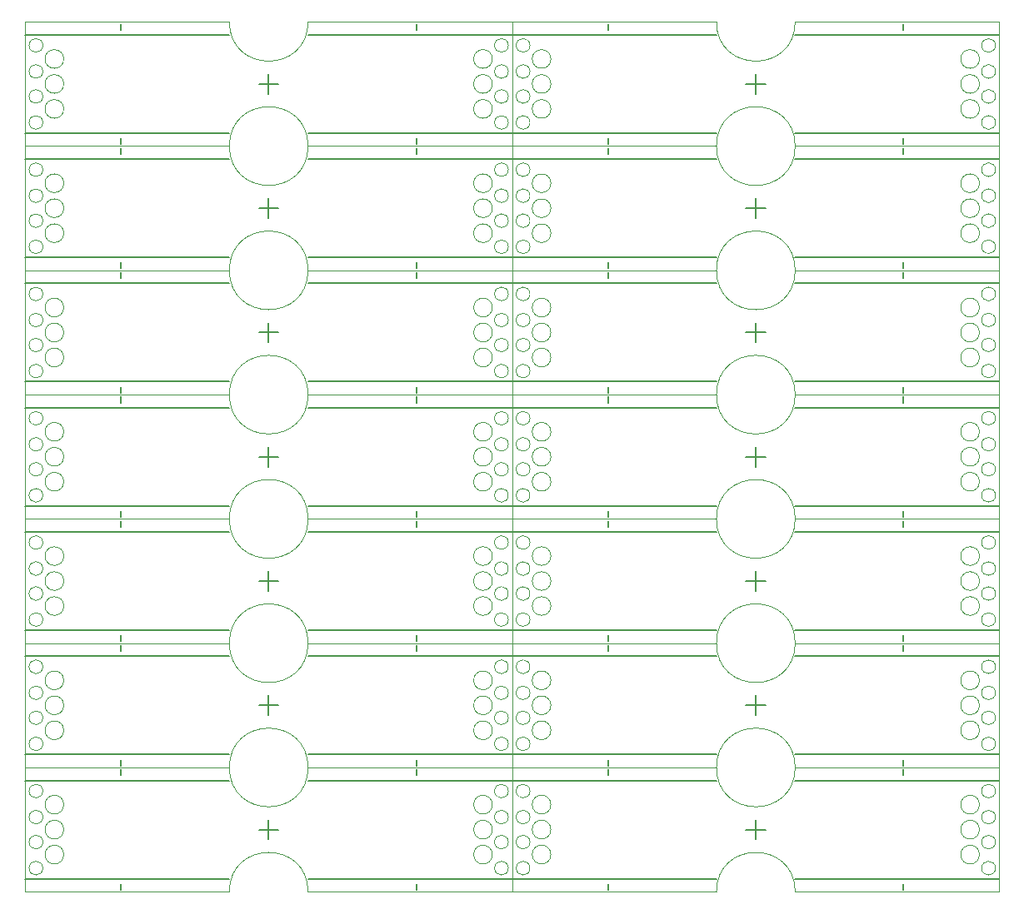
<source format=gbr>
%TF.GenerationSoftware,KiCad,Pcbnew,6.0.11-2627ca5db0~126~ubuntu20.04.1*%
%TF.CreationDate,2024-03-14T23:27:01-05:00*%
%TF.ProjectId,,58585858-5858-4585-9858-585858585858,rev?*%
%TF.SameCoordinates,Original*%
%TF.FileFunction,Legend,Top*%
%TF.FilePolarity,Positive*%
%FSLAX46Y46*%
G04 Gerber Fmt 4.6, Leading zero omitted, Abs format (unit mm)*
G04 Created by KiCad (PCBNEW 6.0.11-2627ca5db0~126~ubuntu20.04.1) date 2024-03-14 23:27:01*
%MOMM*%
%LPD*%
G01*
G04 APERTURE LIST*
%TA.AperFunction,Profile*%
%ADD10C,0.100000*%
%TD*%
%ADD11C,0.150000*%
%ADD12C,0.120000*%
G04 APERTURE END LIST*
D10*
X152800000Y-131262800D02*
G75*
G03*
X160800000Y-131262800I4000000J0D01*
G01*
D11*
X171800000Y-131462800D02*
X171800000Y-132062800D01*
X160800000Y-142582800D02*
X181550000Y-142582800D01*
X160800000Y-132582800D02*
X181550000Y-132582800D01*
D10*
X181550000Y-131262800D02*
X181550000Y-143902800D01*
D11*
X156800000Y-136582800D02*
X156800000Y-138582800D01*
D10*
X160800000Y-131262800D02*
X181550000Y-131262800D01*
D11*
X132050000Y-142582800D02*
X152800000Y-142582800D01*
D10*
X132050000Y-131262800D02*
X132050000Y-143902800D01*
X160800000Y-143902800D02*
X181550000Y-143902800D01*
X132050000Y-143902800D02*
X152800000Y-143902800D01*
D11*
X132050000Y-132582800D02*
X152800000Y-132582800D01*
D10*
X160800000Y-143902800D02*
G75*
G03*
X152800000Y-143902800I-4000000J0D01*
G01*
D11*
X141800000Y-143102800D02*
X141800000Y-143702800D01*
X155800000Y-137582800D02*
X157800000Y-137582800D01*
X141800000Y-131462800D02*
X141800000Y-132062800D01*
X171800000Y-143102800D02*
X171800000Y-143702800D01*
D10*
X132050000Y-131262800D02*
X152800000Y-131262800D01*
X103300000Y-131262800D02*
G75*
G03*
X111300000Y-131262800I4000000J0D01*
G01*
D11*
X122300000Y-131462800D02*
X122300000Y-132062800D01*
X111300000Y-142582800D02*
X132050000Y-142582800D01*
X111300000Y-132582800D02*
X132050000Y-132582800D01*
D10*
X132050000Y-131262800D02*
X132050000Y-143902800D01*
D11*
X107300000Y-136582800D02*
X107300000Y-138582800D01*
D10*
X111300000Y-131262800D02*
X132050000Y-131262800D01*
D11*
X82550000Y-142582800D02*
X103300000Y-142582800D01*
D10*
X82550000Y-131262800D02*
X82550000Y-143902800D01*
X111300000Y-143902800D02*
X132050000Y-143902800D01*
X82550000Y-143902800D02*
X103300000Y-143902800D01*
D11*
X82550000Y-132582800D02*
X103300000Y-132582800D01*
D10*
X111300000Y-143902800D02*
G75*
G03*
X103300000Y-143902800I-4000000J0D01*
G01*
D11*
X92300000Y-143102800D02*
X92300000Y-143702800D01*
X106300000Y-137582800D02*
X108300000Y-137582800D01*
X92300000Y-131462800D02*
X92300000Y-132062800D01*
X122300000Y-143102800D02*
X122300000Y-143702800D01*
D10*
X82550000Y-131262800D02*
X103300000Y-131262800D01*
X152800000Y-118622800D02*
G75*
G03*
X160800000Y-118622800I4000000J0D01*
G01*
D11*
X171800000Y-118822800D02*
X171800000Y-119422800D01*
X160800000Y-129942800D02*
X181550000Y-129942800D01*
X160800000Y-119942800D02*
X181550000Y-119942800D01*
D10*
X181550000Y-118622800D02*
X181550000Y-131262800D01*
D11*
X156800000Y-123942800D02*
X156800000Y-125942800D01*
D10*
X160800000Y-118622800D02*
X181550000Y-118622800D01*
D11*
X132050000Y-129942800D02*
X152800000Y-129942800D01*
D10*
X132050000Y-118622800D02*
X132050000Y-131262800D01*
X160800000Y-131262800D02*
X181550000Y-131262800D01*
X132050000Y-131262800D02*
X152800000Y-131262800D01*
D11*
X132050000Y-119942800D02*
X152800000Y-119942800D01*
D10*
X160800000Y-131262800D02*
G75*
G03*
X152800000Y-131262800I-4000000J0D01*
G01*
D11*
X141800000Y-130462800D02*
X141800000Y-131062800D01*
X155800000Y-124942800D02*
X157800000Y-124942800D01*
X141800000Y-118822800D02*
X141800000Y-119422800D01*
X171800000Y-130462800D02*
X171800000Y-131062800D01*
D10*
X132050000Y-118622800D02*
X152800000Y-118622800D01*
X103300000Y-118622800D02*
G75*
G03*
X111300000Y-118622800I4000000J0D01*
G01*
D11*
X122300000Y-118822800D02*
X122300000Y-119422800D01*
X111300000Y-129942800D02*
X132050000Y-129942800D01*
X111300000Y-119942800D02*
X132050000Y-119942800D01*
D10*
X132050000Y-118622800D02*
X132050000Y-131262800D01*
D11*
X107300000Y-123942800D02*
X107300000Y-125942800D01*
D10*
X111300000Y-118622800D02*
X132050000Y-118622800D01*
D11*
X82550000Y-129942800D02*
X103300000Y-129942800D01*
D10*
X82550000Y-118622800D02*
X82550000Y-131262800D01*
X111300000Y-131262800D02*
X132050000Y-131262800D01*
X82550000Y-131262800D02*
X103300000Y-131262800D01*
D11*
X82550000Y-119942800D02*
X103300000Y-119942800D01*
D10*
X111300000Y-131262800D02*
G75*
G03*
X103300000Y-131262800I-4000000J0D01*
G01*
D11*
X92300000Y-130462800D02*
X92300000Y-131062800D01*
X106300000Y-124942800D02*
X108300000Y-124942800D01*
X92300000Y-118822800D02*
X92300000Y-119422800D01*
X122300000Y-130462800D02*
X122300000Y-131062800D01*
D10*
X82550000Y-118622800D02*
X103300000Y-118622800D01*
X152800000Y-105982800D02*
G75*
G03*
X160800000Y-105982800I4000000J0D01*
G01*
D11*
X171800000Y-106182800D02*
X171800000Y-106782800D01*
X160800000Y-117302800D02*
X181550000Y-117302800D01*
X160800000Y-107302800D02*
X181550000Y-107302800D01*
D10*
X181550000Y-105982800D02*
X181550000Y-118622800D01*
D11*
X156800000Y-111302800D02*
X156800000Y-113302800D01*
D10*
X160800000Y-105982800D02*
X181550000Y-105982800D01*
D11*
X132050000Y-117302800D02*
X152800000Y-117302800D01*
D10*
X132050000Y-105982800D02*
X132050000Y-118622800D01*
X160800000Y-118622800D02*
X181550000Y-118622800D01*
X132050000Y-118622800D02*
X152800000Y-118622800D01*
D11*
X132050000Y-107302800D02*
X152800000Y-107302800D01*
D10*
X160800000Y-118622800D02*
G75*
G03*
X152800000Y-118622800I-4000000J0D01*
G01*
D11*
X141800000Y-117822800D02*
X141800000Y-118422800D01*
X155800000Y-112302800D02*
X157800000Y-112302800D01*
X141800000Y-106182800D02*
X141800000Y-106782800D01*
X171800000Y-117822800D02*
X171800000Y-118422800D01*
D10*
X132050000Y-105982800D02*
X152800000Y-105982800D01*
X103300000Y-105982800D02*
G75*
G03*
X111300000Y-105982800I4000000J0D01*
G01*
D11*
X122300000Y-106182800D02*
X122300000Y-106782800D01*
X111300000Y-117302800D02*
X132050000Y-117302800D01*
X111300000Y-107302800D02*
X132050000Y-107302800D01*
D10*
X132050000Y-105982800D02*
X132050000Y-118622800D01*
D11*
X107300000Y-111302800D02*
X107300000Y-113302800D01*
D10*
X111300000Y-105982800D02*
X132050000Y-105982800D01*
D11*
X82550000Y-117302800D02*
X103300000Y-117302800D01*
D10*
X82550000Y-105982800D02*
X82550000Y-118622800D01*
X111300000Y-118622800D02*
X132050000Y-118622800D01*
X82550000Y-118622800D02*
X103300000Y-118622800D01*
D11*
X82550000Y-107302800D02*
X103300000Y-107302800D01*
D10*
X111300000Y-118622800D02*
G75*
G03*
X103300000Y-118622800I-4000000J0D01*
G01*
D11*
X92300000Y-117822800D02*
X92300000Y-118422800D01*
X106300000Y-112302800D02*
X108300000Y-112302800D01*
X92300000Y-106182800D02*
X92300000Y-106782800D01*
X122300000Y-117822800D02*
X122300000Y-118422800D01*
D10*
X82550000Y-105982800D02*
X103300000Y-105982800D01*
X152800000Y-93342800D02*
G75*
G03*
X160800000Y-93342800I4000000J0D01*
G01*
D11*
X171800000Y-93542800D02*
X171800000Y-94142800D01*
X160800000Y-104662800D02*
X181550000Y-104662800D01*
X160800000Y-94662800D02*
X181550000Y-94662800D01*
D10*
X181550000Y-93342800D02*
X181550000Y-105982800D01*
D11*
X156800000Y-98662800D02*
X156800000Y-100662800D01*
D10*
X160800000Y-93342800D02*
X181550000Y-93342800D01*
D11*
X132050000Y-104662800D02*
X152800000Y-104662800D01*
D10*
X132050000Y-93342800D02*
X132050000Y-105982800D01*
X160800000Y-105982800D02*
X181550000Y-105982800D01*
X132050000Y-105982800D02*
X152800000Y-105982800D01*
D11*
X132050000Y-94662800D02*
X152800000Y-94662800D01*
D10*
X160800000Y-105982800D02*
G75*
G03*
X152800000Y-105982800I-4000000J0D01*
G01*
D11*
X141800000Y-105182800D02*
X141800000Y-105782800D01*
X155800000Y-99662800D02*
X157800000Y-99662800D01*
X141800000Y-93542800D02*
X141800000Y-94142800D01*
X171800000Y-105182800D02*
X171800000Y-105782800D01*
D10*
X132050000Y-93342800D02*
X152800000Y-93342800D01*
X103300000Y-93342800D02*
G75*
G03*
X111300000Y-93342800I4000000J0D01*
G01*
D11*
X122300000Y-93542800D02*
X122300000Y-94142800D01*
X111300000Y-104662800D02*
X132050000Y-104662800D01*
X111300000Y-94662800D02*
X132050000Y-94662800D01*
D10*
X132050000Y-93342800D02*
X132050000Y-105982800D01*
D11*
X107300000Y-98662800D02*
X107300000Y-100662800D01*
D10*
X111300000Y-93342800D02*
X132050000Y-93342800D01*
D11*
X82550000Y-104662800D02*
X103300000Y-104662800D01*
D10*
X82550000Y-93342800D02*
X82550000Y-105982800D01*
X111300000Y-105982800D02*
X132050000Y-105982800D01*
X82550000Y-105982800D02*
X103300000Y-105982800D01*
D11*
X82550000Y-94662800D02*
X103300000Y-94662800D01*
D10*
X111300000Y-105982800D02*
G75*
G03*
X103300000Y-105982800I-4000000J0D01*
G01*
D11*
X92300000Y-105182800D02*
X92300000Y-105782800D01*
X106300000Y-99662800D02*
X108300000Y-99662800D01*
X92300000Y-93542800D02*
X92300000Y-94142800D01*
X122300000Y-105182800D02*
X122300000Y-105782800D01*
D10*
X82550000Y-93342800D02*
X103300000Y-93342800D01*
X152800000Y-80702800D02*
G75*
G03*
X160800000Y-80702800I4000000J0D01*
G01*
D11*
X171800000Y-80902800D02*
X171800000Y-81502800D01*
X160800000Y-92022800D02*
X181550000Y-92022800D01*
X160800000Y-82022800D02*
X181550000Y-82022800D01*
D10*
X181550000Y-80702800D02*
X181550000Y-93342800D01*
D11*
X156800000Y-86022800D02*
X156800000Y-88022800D01*
D10*
X160800000Y-80702800D02*
X181550000Y-80702800D01*
D11*
X132050000Y-92022800D02*
X152800000Y-92022800D01*
D10*
X132050000Y-80702800D02*
X132050000Y-93342800D01*
X160800000Y-93342800D02*
X181550000Y-93342800D01*
X132050000Y-93342800D02*
X152800000Y-93342800D01*
D11*
X132050000Y-82022800D02*
X152800000Y-82022800D01*
D10*
X160800000Y-93342800D02*
G75*
G03*
X152800000Y-93342800I-4000000J0D01*
G01*
D11*
X141800000Y-92542800D02*
X141800000Y-93142800D01*
X155800000Y-87022800D02*
X157800000Y-87022800D01*
X141800000Y-80902800D02*
X141800000Y-81502800D01*
X171800000Y-92542800D02*
X171800000Y-93142800D01*
D10*
X132050000Y-80702800D02*
X152800000Y-80702800D01*
X103300000Y-80702800D02*
G75*
G03*
X111300000Y-80702800I4000000J0D01*
G01*
D11*
X122300000Y-80902800D02*
X122300000Y-81502800D01*
X111300000Y-92022800D02*
X132050000Y-92022800D01*
X111300000Y-82022800D02*
X132050000Y-82022800D01*
D10*
X132050000Y-80702800D02*
X132050000Y-93342800D01*
D11*
X107300000Y-86022800D02*
X107300000Y-88022800D01*
D10*
X111300000Y-80702800D02*
X132050000Y-80702800D01*
D11*
X82550000Y-92022800D02*
X103300000Y-92022800D01*
D10*
X82550000Y-80702800D02*
X82550000Y-93342800D01*
X111300000Y-93342800D02*
X132050000Y-93342800D01*
X82550000Y-93342800D02*
X103300000Y-93342800D01*
D11*
X82550000Y-82022800D02*
X103300000Y-82022800D01*
D10*
X111300000Y-93342800D02*
G75*
G03*
X103300000Y-93342800I-4000000J0D01*
G01*
D11*
X92300000Y-92542800D02*
X92300000Y-93142800D01*
X106300000Y-87022800D02*
X108300000Y-87022800D01*
X92300000Y-80902800D02*
X92300000Y-81502800D01*
X122300000Y-92542800D02*
X122300000Y-93142800D01*
D10*
X82550000Y-80702800D02*
X103300000Y-80702800D01*
X152800000Y-68062800D02*
G75*
G03*
X160800000Y-68062800I4000000J0D01*
G01*
D11*
X171800000Y-68262800D02*
X171800000Y-68862800D01*
X160800000Y-79382800D02*
X181550000Y-79382800D01*
X160800000Y-69382800D02*
X181550000Y-69382800D01*
D10*
X181550000Y-68062800D02*
X181550000Y-80702800D01*
D11*
X156800000Y-73382800D02*
X156800000Y-75382800D01*
D10*
X160800000Y-68062800D02*
X181550000Y-68062800D01*
D11*
X132050000Y-79382800D02*
X152800000Y-79382800D01*
D10*
X132050000Y-68062800D02*
X132050000Y-80702800D01*
X160800000Y-80702800D02*
X181550000Y-80702800D01*
X132050000Y-80702800D02*
X152800000Y-80702800D01*
D11*
X132050000Y-69382800D02*
X152800000Y-69382800D01*
D10*
X160800000Y-80702800D02*
G75*
G03*
X152800000Y-80702800I-4000000J0D01*
G01*
D11*
X141800000Y-79902800D02*
X141800000Y-80502800D01*
X155800000Y-74382800D02*
X157800000Y-74382800D01*
X141800000Y-68262800D02*
X141800000Y-68862800D01*
X171800000Y-79902800D02*
X171800000Y-80502800D01*
D10*
X132050000Y-68062800D02*
X152800000Y-68062800D01*
X103300000Y-68062800D02*
G75*
G03*
X111300000Y-68062800I4000000J0D01*
G01*
D11*
X122300000Y-68262800D02*
X122300000Y-68862800D01*
X111300000Y-79382800D02*
X132050000Y-79382800D01*
X111300000Y-69382800D02*
X132050000Y-69382800D01*
D10*
X132050000Y-68062800D02*
X132050000Y-80702800D01*
D11*
X107300000Y-73382800D02*
X107300000Y-75382800D01*
D10*
X111300000Y-68062800D02*
X132050000Y-68062800D01*
D11*
X82550000Y-79382800D02*
X103300000Y-79382800D01*
D10*
X82550000Y-68062800D02*
X82550000Y-80702800D01*
X111300000Y-80702800D02*
X132050000Y-80702800D01*
X82550000Y-80702800D02*
X103300000Y-80702800D01*
D11*
X82550000Y-69382800D02*
X103300000Y-69382800D01*
D10*
X111300000Y-80702800D02*
G75*
G03*
X103300000Y-80702800I-4000000J0D01*
G01*
D11*
X92300000Y-79902800D02*
X92300000Y-80502800D01*
X106300000Y-74382800D02*
X108300000Y-74382800D01*
X92300000Y-68262800D02*
X92300000Y-68862800D01*
X122300000Y-79902800D02*
X122300000Y-80502800D01*
D10*
X82550000Y-68062800D02*
X103300000Y-68062800D01*
X152800000Y-55422800D02*
G75*
G03*
X160800000Y-55422800I4000000J0D01*
G01*
D11*
X171800000Y-55622800D02*
X171800000Y-56222800D01*
X160800000Y-66742800D02*
X181550000Y-66742800D01*
X160800000Y-56742800D02*
X181550000Y-56742800D01*
D10*
X181550000Y-55422800D02*
X181550000Y-68062800D01*
D11*
X156800000Y-60742800D02*
X156800000Y-62742800D01*
D10*
X160800000Y-55422800D02*
X181550000Y-55422800D01*
D11*
X132050000Y-66742800D02*
X152800000Y-66742800D01*
D10*
X132050000Y-55422800D02*
X132050000Y-68062800D01*
X160800000Y-68062800D02*
X181550000Y-68062800D01*
X132050000Y-68062800D02*
X152800000Y-68062800D01*
D11*
X132050000Y-56742800D02*
X152800000Y-56742800D01*
D10*
X160800000Y-68062800D02*
G75*
G03*
X152800000Y-68062800I-4000000J0D01*
G01*
D11*
X141800000Y-67262800D02*
X141800000Y-67862800D01*
X155800000Y-61742800D02*
X157800000Y-61742800D01*
X141800000Y-55622800D02*
X141800000Y-56222800D01*
X171800000Y-67262800D02*
X171800000Y-67862800D01*
D10*
X132050000Y-55422800D02*
X152800000Y-55422800D01*
D11*
X122300000Y-67262800D02*
X122300000Y-67862800D01*
X82550000Y-66742800D02*
X103300000Y-66742800D01*
X92300000Y-55622800D02*
X92300000Y-56222800D01*
X106300000Y-61742800D02*
X108300000Y-61742800D01*
X107300000Y-60742800D02*
X107300000Y-62742800D01*
X122300000Y-55622800D02*
X122300000Y-56222800D01*
X92300000Y-67262800D02*
X92300000Y-67862800D01*
X82550000Y-56742800D02*
X103300000Y-56742800D01*
X111300000Y-56742800D02*
X132050000Y-56742800D01*
X111300000Y-66742800D02*
X132050000Y-66742800D01*
D10*
X103300000Y-55422800D02*
G75*
G03*
X111300000Y-55422800I4000000J0D01*
G01*
X111300000Y-55422800D02*
X132050000Y-55422800D01*
X82550000Y-55422800D02*
X103300000Y-55422800D01*
X82550000Y-68062800D02*
X103300000Y-68062800D01*
X111300000Y-68062800D02*
X132050000Y-68062800D01*
X132050000Y-55422800D02*
X132050000Y-68062800D01*
X111300000Y-68062800D02*
G75*
G03*
X103300000Y-68062800I-4000000J0D01*
G01*
X82550000Y-55422800D02*
X82550000Y-68062800D01*
D12*
%TO.C,REF\u002A\u002A218*%
X181150000Y-141502800D02*
G75*
G03*
X181150000Y-141502800I-700000J0D01*
G01*
%TO.C,REF\u002A\u002A230*%
X181150000Y-136312800D02*
G75*
G03*
X181150000Y-136312800I-700000J0D01*
G01*
%TO.C,REF\u002A\u002A232*%
X179525000Y-135042800D02*
G75*
G03*
X179525000Y-135042800I-950000J0D01*
G01*
%TO.C,REF\u002A\u002A228*%
X179525000Y-137582800D02*
G75*
G03*
X179525000Y-137582800I-950000J0D01*
G01*
%TO.C,REF\u002A\u002A229*%
X133850000Y-136312800D02*
G75*
G03*
X133850000Y-136312800I-700000J0D01*
G01*
%TO.C,REF\u002A\u002A220*%
X179525000Y-140122800D02*
G75*
G03*
X179525000Y-140122800I-950000J0D01*
G01*
%TO.C,REF\u002A\u002A219*%
X135975000Y-140122800D02*
G75*
G03*
X135975000Y-140122800I-950000J0D01*
G01*
%TO.C,REF\u002A\u002A221*%
X133850000Y-138852800D02*
G75*
G03*
X133850000Y-138852800I-700000J0D01*
G01*
%TO.C,REF\u002A\u002A217*%
X133850000Y-141502800D02*
G75*
G03*
X133850000Y-141502800I-700000J0D01*
G01*
%TO.C,REF\u002A\u002A231*%
X135975000Y-135042800D02*
G75*
G03*
X135975000Y-135042800I-950000J0D01*
G01*
%TO.C,REF\u002A\u002A223*%
X135975000Y-137582800D02*
G75*
G03*
X135975000Y-137582800I-950000J0D01*
G01*
%TO.C,REF\u002A\u002A234*%
X181150000Y-133662800D02*
G75*
G03*
X181150000Y-133662800I-700000J0D01*
G01*
%TO.C,REF\u002A\u002A222*%
X181150000Y-138852800D02*
G75*
G03*
X181150000Y-138852800I-700000J0D01*
G01*
%TO.C,REF\u002A\u002A233*%
X133850000Y-133662800D02*
G75*
G03*
X133850000Y-133662800I-700000J0D01*
G01*
%TO.C,REF\u002A\u002A200*%
X131650000Y-141502800D02*
G75*
G03*
X131650000Y-141502800I-700000J0D01*
G01*
%TO.C,REF\u002A\u002A212*%
X131650000Y-136312800D02*
G75*
G03*
X131650000Y-136312800I-700000J0D01*
G01*
%TO.C,REF\u002A\u002A214*%
X130025000Y-135042800D02*
G75*
G03*
X130025000Y-135042800I-950000J0D01*
G01*
%TO.C,REF\u002A\u002A210*%
X130025000Y-137582800D02*
G75*
G03*
X130025000Y-137582800I-950000J0D01*
G01*
%TO.C,REF\u002A\u002A211*%
X84350000Y-136312800D02*
G75*
G03*
X84350000Y-136312800I-700000J0D01*
G01*
%TO.C,REF\u002A\u002A202*%
X130025000Y-140122800D02*
G75*
G03*
X130025000Y-140122800I-950000J0D01*
G01*
%TO.C,REF\u002A\u002A201*%
X86475000Y-140122800D02*
G75*
G03*
X86475000Y-140122800I-950000J0D01*
G01*
%TO.C,REF\u002A\u002A203*%
X84350000Y-138852800D02*
G75*
G03*
X84350000Y-138852800I-700000J0D01*
G01*
%TO.C,REF\u002A\u002A199*%
X84350000Y-141502800D02*
G75*
G03*
X84350000Y-141502800I-700000J0D01*
G01*
%TO.C,REF\u002A\u002A213*%
X86475000Y-135042800D02*
G75*
G03*
X86475000Y-135042800I-950000J0D01*
G01*
%TO.C,REF\u002A\u002A205*%
X86475000Y-137582800D02*
G75*
G03*
X86475000Y-137582800I-950000J0D01*
G01*
%TO.C,REF\u002A\u002A216*%
X131650000Y-133662800D02*
G75*
G03*
X131650000Y-133662800I-700000J0D01*
G01*
%TO.C,REF\u002A\u002A204*%
X131650000Y-138852800D02*
G75*
G03*
X131650000Y-138852800I-700000J0D01*
G01*
%TO.C,REF\u002A\u002A215*%
X84350000Y-133662800D02*
G75*
G03*
X84350000Y-133662800I-700000J0D01*
G01*
%TO.C,REF\u002A\u002A182*%
X181150000Y-128862800D02*
G75*
G03*
X181150000Y-128862800I-700000J0D01*
G01*
%TO.C,REF\u002A\u002A194*%
X181150000Y-123672800D02*
G75*
G03*
X181150000Y-123672800I-700000J0D01*
G01*
%TO.C,REF\u002A\u002A196*%
X179525000Y-122402800D02*
G75*
G03*
X179525000Y-122402800I-950000J0D01*
G01*
%TO.C,REF\u002A\u002A192*%
X179525000Y-124942800D02*
G75*
G03*
X179525000Y-124942800I-950000J0D01*
G01*
%TO.C,REF\u002A\u002A193*%
X133850000Y-123672800D02*
G75*
G03*
X133850000Y-123672800I-700000J0D01*
G01*
%TO.C,REF\u002A\u002A184*%
X179525000Y-127482800D02*
G75*
G03*
X179525000Y-127482800I-950000J0D01*
G01*
%TO.C,REF\u002A\u002A183*%
X135975000Y-127482800D02*
G75*
G03*
X135975000Y-127482800I-950000J0D01*
G01*
%TO.C,REF\u002A\u002A185*%
X133850000Y-126212800D02*
G75*
G03*
X133850000Y-126212800I-700000J0D01*
G01*
%TO.C,REF\u002A\u002A181*%
X133850000Y-128862800D02*
G75*
G03*
X133850000Y-128862800I-700000J0D01*
G01*
%TO.C,REF\u002A\u002A195*%
X135975000Y-122402800D02*
G75*
G03*
X135975000Y-122402800I-950000J0D01*
G01*
%TO.C,REF\u002A\u002A187*%
X135975000Y-124942800D02*
G75*
G03*
X135975000Y-124942800I-950000J0D01*
G01*
%TO.C,REF\u002A\u002A198*%
X181150000Y-121022800D02*
G75*
G03*
X181150000Y-121022800I-700000J0D01*
G01*
%TO.C,REF\u002A\u002A186*%
X181150000Y-126212800D02*
G75*
G03*
X181150000Y-126212800I-700000J0D01*
G01*
%TO.C,REF\u002A\u002A197*%
X133850000Y-121022800D02*
G75*
G03*
X133850000Y-121022800I-700000J0D01*
G01*
%TO.C,REF\u002A\u002A164*%
X131650000Y-128862800D02*
G75*
G03*
X131650000Y-128862800I-700000J0D01*
G01*
%TO.C,REF\u002A\u002A176*%
X131650000Y-123672800D02*
G75*
G03*
X131650000Y-123672800I-700000J0D01*
G01*
%TO.C,REF\u002A\u002A178*%
X130025000Y-122402800D02*
G75*
G03*
X130025000Y-122402800I-950000J0D01*
G01*
%TO.C,REF\u002A\u002A174*%
X130025000Y-124942800D02*
G75*
G03*
X130025000Y-124942800I-950000J0D01*
G01*
%TO.C,REF\u002A\u002A175*%
X84350000Y-123672800D02*
G75*
G03*
X84350000Y-123672800I-700000J0D01*
G01*
%TO.C,REF\u002A\u002A166*%
X130025000Y-127482800D02*
G75*
G03*
X130025000Y-127482800I-950000J0D01*
G01*
%TO.C,REF\u002A\u002A165*%
X86475000Y-127482800D02*
G75*
G03*
X86475000Y-127482800I-950000J0D01*
G01*
%TO.C,REF\u002A\u002A167*%
X84350000Y-126212800D02*
G75*
G03*
X84350000Y-126212800I-700000J0D01*
G01*
%TO.C,REF\u002A\u002A163*%
X84350000Y-128862800D02*
G75*
G03*
X84350000Y-128862800I-700000J0D01*
G01*
%TO.C,REF\u002A\u002A177*%
X86475000Y-122402800D02*
G75*
G03*
X86475000Y-122402800I-950000J0D01*
G01*
%TO.C,REF\u002A\u002A169*%
X86475000Y-124942800D02*
G75*
G03*
X86475000Y-124942800I-950000J0D01*
G01*
%TO.C,REF\u002A\u002A180*%
X131650000Y-121022800D02*
G75*
G03*
X131650000Y-121022800I-700000J0D01*
G01*
%TO.C,REF\u002A\u002A168*%
X131650000Y-126212800D02*
G75*
G03*
X131650000Y-126212800I-700000J0D01*
G01*
%TO.C,REF\u002A\u002A179*%
X84350000Y-121022800D02*
G75*
G03*
X84350000Y-121022800I-700000J0D01*
G01*
%TO.C,REF\u002A\u002A146*%
X181150000Y-116222800D02*
G75*
G03*
X181150000Y-116222800I-700000J0D01*
G01*
%TO.C,REF\u002A\u002A158*%
X181150000Y-111032800D02*
G75*
G03*
X181150000Y-111032800I-700000J0D01*
G01*
%TO.C,REF\u002A\u002A160*%
X179525000Y-109762800D02*
G75*
G03*
X179525000Y-109762800I-950000J0D01*
G01*
%TO.C,REF\u002A\u002A156*%
X179525000Y-112302800D02*
G75*
G03*
X179525000Y-112302800I-950000J0D01*
G01*
%TO.C,REF\u002A\u002A157*%
X133850000Y-111032800D02*
G75*
G03*
X133850000Y-111032800I-700000J0D01*
G01*
%TO.C,REF\u002A\u002A148*%
X179525000Y-114842800D02*
G75*
G03*
X179525000Y-114842800I-950000J0D01*
G01*
%TO.C,REF\u002A\u002A147*%
X135975000Y-114842800D02*
G75*
G03*
X135975000Y-114842800I-950000J0D01*
G01*
%TO.C,REF\u002A\u002A149*%
X133850000Y-113572800D02*
G75*
G03*
X133850000Y-113572800I-700000J0D01*
G01*
%TO.C,REF\u002A\u002A145*%
X133850000Y-116222800D02*
G75*
G03*
X133850000Y-116222800I-700000J0D01*
G01*
%TO.C,REF\u002A\u002A159*%
X135975000Y-109762800D02*
G75*
G03*
X135975000Y-109762800I-950000J0D01*
G01*
%TO.C,REF\u002A\u002A151*%
X135975000Y-112302800D02*
G75*
G03*
X135975000Y-112302800I-950000J0D01*
G01*
%TO.C,REF\u002A\u002A162*%
X181150000Y-108382800D02*
G75*
G03*
X181150000Y-108382800I-700000J0D01*
G01*
%TO.C,REF\u002A\u002A150*%
X181150000Y-113572800D02*
G75*
G03*
X181150000Y-113572800I-700000J0D01*
G01*
%TO.C,REF\u002A\u002A161*%
X133850000Y-108382800D02*
G75*
G03*
X133850000Y-108382800I-700000J0D01*
G01*
%TO.C,REF\u002A\u002A128*%
X131650000Y-116222800D02*
G75*
G03*
X131650000Y-116222800I-700000J0D01*
G01*
%TO.C,REF\u002A\u002A140*%
X131650000Y-111032800D02*
G75*
G03*
X131650000Y-111032800I-700000J0D01*
G01*
%TO.C,REF\u002A\u002A142*%
X130025000Y-109762800D02*
G75*
G03*
X130025000Y-109762800I-950000J0D01*
G01*
%TO.C,REF\u002A\u002A138*%
X130025000Y-112302800D02*
G75*
G03*
X130025000Y-112302800I-950000J0D01*
G01*
%TO.C,REF\u002A\u002A139*%
X84350000Y-111032800D02*
G75*
G03*
X84350000Y-111032800I-700000J0D01*
G01*
%TO.C,REF\u002A\u002A130*%
X130025000Y-114842800D02*
G75*
G03*
X130025000Y-114842800I-950000J0D01*
G01*
%TO.C,REF\u002A\u002A129*%
X86475000Y-114842800D02*
G75*
G03*
X86475000Y-114842800I-950000J0D01*
G01*
%TO.C,REF\u002A\u002A131*%
X84350000Y-113572800D02*
G75*
G03*
X84350000Y-113572800I-700000J0D01*
G01*
%TO.C,REF\u002A\u002A127*%
X84350000Y-116222800D02*
G75*
G03*
X84350000Y-116222800I-700000J0D01*
G01*
%TO.C,REF\u002A\u002A141*%
X86475000Y-109762800D02*
G75*
G03*
X86475000Y-109762800I-950000J0D01*
G01*
%TO.C,REF\u002A\u002A133*%
X86475000Y-112302800D02*
G75*
G03*
X86475000Y-112302800I-950000J0D01*
G01*
%TO.C,REF\u002A\u002A144*%
X131650000Y-108382800D02*
G75*
G03*
X131650000Y-108382800I-700000J0D01*
G01*
%TO.C,REF\u002A\u002A132*%
X131650000Y-113572800D02*
G75*
G03*
X131650000Y-113572800I-700000J0D01*
G01*
%TO.C,REF\u002A\u002A143*%
X84350000Y-108382800D02*
G75*
G03*
X84350000Y-108382800I-700000J0D01*
G01*
%TO.C,REF\u002A\u002A110*%
X181150000Y-103582800D02*
G75*
G03*
X181150000Y-103582800I-700000J0D01*
G01*
%TO.C,REF\u002A\u002A122*%
X181150000Y-98392800D02*
G75*
G03*
X181150000Y-98392800I-700000J0D01*
G01*
%TO.C,REF\u002A\u002A124*%
X179525000Y-97122800D02*
G75*
G03*
X179525000Y-97122800I-950000J0D01*
G01*
%TO.C,REF\u002A\u002A120*%
X179525000Y-99662800D02*
G75*
G03*
X179525000Y-99662800I-950000J0D01*
G01*
%TO.C,REF\u002A\u002A121*%
X133850000Y-98392800D02*
G75*
G03*
X133850000Y-98392800I-700000J0D01*
G01*
%TO.C,REF\u002A\u002A112*%
X179525000Y-102202800D02*
G75*
G03*
X179525000Y-102202800I-950000J0D01*
G01*
%TO.C,REF\u002A\u002A111*%
X135975000Y-102202800D02*
G75*
G03*
X135975000Y-102202800I-950000J0D01*
G01*
%TO.C,REF\u002A\u002A113*%
X133850000Y-100932800D02*
G75*
G03*
X133850000Y-100932800I-700000J0D01*
G01*
%TO.C,REF\u002A\u002A109*%
X133850000Y-103582800D02*
G75*
G03*
X133850000Y-103582800I-700000J0D01*
G01*
%TO.C,REF\u002A\u002A123*%
X135975000Y-97122800D02*
G75*
G03*
X135975000Y-97122800I-950000J0D01*
G01*
%TO.C,REF\u002A\u002A115*%
X135975000Y-99662800D02*
G75*
G03*
X135975000Y-99662800I-950000J0D01*
G01*
%TO.C,REF\u002A\u002A126*%
X181150000Y-95742800D02*
G75*
G03*
X181150000Y-95742800I-700000J0D01*
G01*
%TO.C,REF\u002A\u002A114*%
X181150000Y-100932800D02*
G75*
G03*
X181150000Y-100932800I-700000J0D01*
G01*
%TO.C,REF\u002A\u002A125*%
X133850000Y-95742800D02*
G75*
G03*
X133850000Y-95742800I-700000J0D01*
G01*
%TO.C,REF\u002A\u002A92*%
X131650000Y-103582800D02*
G75*
G03*
X131650000Y-103582800I-700000J0D01*
G01*
%TO.C,REF\u002A\u002A104*%
X131650000Y-98392800D02*
G75*
G03*
X131650000Y-98392800I-700000J0D01*
G01*
%TO.C,REF\u002A\u002A106*%
X130025000Y-97122800D02*
G75*
G03*
X130025000Y-97122800I-950000J0D01*
G01*
%TO.C,REF\u002A\u002A102*%
X130025000Y-99662800D02*
G75*
G03*
X130025000Y-99662800I-950000J0D01*
G01*
%TO.C,REF\u002A\u002A103*%
X84350000Y-98392800D02*
G75*
G03*
X84350000Y-98392800I-700000J0D01*
G01*
%TO.C,REF\u002A\u002A94*%
X130025000Y-102202800D02*
G75*
G03*
X130025000Y-102202800I-950000J0D01*
G01*
%TO.C,REF\u002A\u002A93*%
X86475000Y-102202800D02*
G75*
G03*
X86475000Y-102202800I-950000J0D01*
G01*
%TO.C,REF\u002A\u002A95*%
X84350000Y-100932800D02*
G75*
G03*
X84350000Y-100932800I-700000J0D01*
G01*
%TO.C,REF\u002A\u002A91*%
X84350000Y-103582800D02*
G75*
G03*
X84350000Y-103582800I-700000J0D01*
G01*
%TO.C,REF\u002A\u002A105*%
X86475000Y-97122800D02*
G75*
G03*
X86475000Y-97122800I-950000J0D01*
G01*
%TO.C,REF\u002A\u002A97*%
X86475000Y-99662800D02*
G75*
G03*
X86475000Y-99662800I-950000J0D01*
G01*
%TO.C,REF\u002A\u002A108*%
X131650000Y-95742800D02*
G75*
G03*
X131650000Y-95742800I-700000J0D01*
G01*
%TO.C,REF\u002A\u002A96*%
X131650000Y-100932800D02*
G75*
G03*
X131650000Y-100932800I-700000J0D01*
G01*
%TO.C,REF\u002A\u002A107*%
X84350000Y-95742800D02*
G75*
G03*
X84350000Y-95742800I-700000J0D01*
G01*
%TO.C,REF\u002A\u002A74*%
X181150000Y-90942800D02*
G75*
G03*
X181150000Y-90942800I-700000J0D01*
G01*
%TO.C,REF\u002A\u002A86*%
X181150000Y-85752800D02*
G75*
G03*
X181150000Y-85752800I-700000J0D01*
G01*
%TO.C,REF\u002A\u002A88*%
X179525000Y-84482800D02*
G75*
G03*
X179525000Y-84482800I-950000J0D01*
G01*
%TO.C,REF\u002A\u002A84*%
X179525000Y-87022800D02*
G75*
G03*
X179525000Y-87022800I-950000J0D01*
G01*
%TO.C,REF\u002A\u002A85*%
X133850000Y-85752800D02*
G75*
G03*
X133850000Y-85752800I-700000J0D01*
G01*
%TO.C,REF\u002A\u002A76*%
X179525000Y-89562800D02*
G75*
G03*
X179525000Y-89562800I-950000J0D01*
G01*
%TO.C,REF\u002A\u002A75*%
X135975000Y-89562800D02*
G75*
G03*
X135975000Y-89562800I-950000J0D01*
G01*
%TO.C,REF\u002A\u002A77*%
X133850000Y-88292800D02*
G75*
G03*
X133850000Y-88292800I-700000J0D01*
G01*
%TO.C,REF\u002A\u002A73*%
X133850000Y-90942800D02*
G75*
G03*
X133850000Y-90942800I-700000J0D01*
G01*
%TO.C,REF\u002A\u002A87*%
X135975000Y-84482800D02*
G75*
G03*
X135975000Y-84482800I-950000J0D01*
G01*
%TO.C,REF\u002A\u002A79*%
X135975000Y-87022800D02*
G75*
G03*
X135975000Y-87022800I-950000J0D01*
G01*
%TO.C,REF\u002A\u002A90*%
X181150000Y-83102800D02*
G75*
G03*
X181150000Y-83102800I-700000J0D01*
G01*
%TO.C,REF\u002A\u002A78*%
X181150000Y-88292800D02*
G75*
G03*
X181150000Y-88292800I-700000J0D01*
G01*
%TO.C,REF\u002A\u002A89*%
X133850000Y-83102800D02*
G75*
G03*
X133850000Y-83102800I-700000J0D01*
G01*
%TO.C,REF\u002A\u002A56*%
X131650000Y-90942800D02*
G75*
G03*
X131650000Y-90942800I-700000J0D01*
G01*
%TO.C,REF\u002A\u002A68*%
X131650000Y-85752800D02*
G75*
G03*
X131650000Y-85752800I-700000J0D01*
G01*
%TO.C,REF\u002A\u002A70*%
X130025000Y-84482800D02*
G75*
G03*
X130025000Y-84482800I-950000J0D01*
G01*
%TO.C,REF\u002A\u002A66*%
X130025000Y-87022800D02*
G75*
G03*
X130025000Y-87022800I-950000J0D01*
G01*
%TO.C,REF\u002A\u002A67*%
X84350000Y-85752800D02*
G75*
G03*
X84350000Y-85752800I-700000J0D01*
G01*
%TO.C,REF\u002A\u002A58*%
X130025000Y-89562800D02*
G75*
G03*
X130025000Y-89562800I-950000J0D01*
G01*
%TO.C,REF\u002A\u002A57*%
X86475000Y-89562800D02*
G75*
G03*
X86475000Y-89562800I-950000J0D01*
G01*
%TO.C,REF\u002A\u002A59*%
X84350000Y-88292800D02*
G75*
G03*
X84350000Y-88292800I-700000J0D01*
G01*
%TO.C,REF\u002A\u002A55*%
X84350000Y-90942800D02*
G75*
G03*
X84350000Y-90942800I-700000J0D01*
G01*
%TO.C,REF\u002A\u002A69*%
X86475000Y-84482800D02*
G75*
G03*
X86475000Y-84482800I-950000J0D01*
G01*
%TO.C,REF\u002A\u002A61*%
X86475000Y-87022800D02*
G75*
G03*
X86475000Y-87022800I-950000J0D01*
G01*
%TO.C,REF\u002A\u002A72*%
X131650000Y-83102800D02*
G75*
G03*
X131650000Y-83102800I-700000J0D01*
G01*
%TO.C,REF\u002A\u002A60*%
X131650000Y-88292800D02*
G75*
G03*
X131650000Y-88292800I-700000J0D01*
G01*
%TO.C,REF\u002A\u002A71*%
X84350000Y-83102800D02*
G75*
G03*
X84350000Y-83102800I-700000J0D01*
G01*
%TO.C,REF\u002A\u002A38*%
X181150000Y-78302800D02*
G75*
G03*
X181150000Y-78302800I-700000J0D01*
G01*
%TO.C,REF\u002A\u002A50*%
X181150000Y-73112800D02*
G75*
G03*
X181150000Y-73112800I-700000J0D01*
G01*
%TO.C,REF\u002A\u002A52*%
X179525000Y-71842800D02*
G75*
G03*
X179525000Y-71842800I-950000J0D01*
G01*
%TO.C,REF\u002A\u002A48*%
X179525000Y-74382800D02*
G75*
G03*
X179525000Y-74382800I-950000J0D01*
G01*
%TO.C,REF\u002A\u002A49*%
X133850000Y-73112800D02*
G75*
G03*
X133850000Y-73112800I-700000J0D01*
G01*
%TO.C,REF\u002A\u002A40*%
X179525000Y-76922800D02*
G75*
G03*
X179525000Y-76922800I-950000J0D01*
G01*
%TO.C,REF\u002A\u002A39*%
X135975000Y-76922800D02*
G75*
G03*
X135975000Y-76922800I-950000J0D01*
G01*
%TO.C,REF\u002A\u002A41*%
X133850000Y-75652800D02*
G75*
G03*
X133850000Y-75652800I-700000J0D01*
G01*
%TO.C,REF\u002A\u002A37*%
X133850000Y-78302800D02*
G75*
G03*
X133850000Y-78302800I-700000J0D01*
G01*
%TO.C,REF\u002A\u002A51*%
X135975000Y-71842800D02*
G75*
G03*
X135975000Y-71842800I-950000J0D01*
G01*
%TO.C,REF\u002A\u002A43*%
X135975000Y-74382800D02*
G75*
G03*
X135975000Y-74382800I-950000J0D01*
G01*
%TO.C,REF\u002A\u002A54*%
X181150000Y-70462800D02*
G75*
G03*
X181150000Y-70462800I-700000J0D01*
G01*
%TO.C,REF\u002A\u002A42*%
X181150000Y-75652800D02*
G75*
G03*
X181150000Y-75652800I-700000J0D01*
G01*
%TO.C,REF\u002A\u002A53*%
X133850000Y-70462800D02*
G75*
G03*
X133850000Y-70462800I-700000J0D01*
G01*
%TO.C,REF\u002A\u002A20*%
X131650000Y-78302800D02*
G75*
G03*
X131650000Y-78302800I-700000J0D01*
G01*
%TO.C,REF\u002A\u002A32*%
X131650000Y-73112800D02*
G75*
G03*
X131650000Y-73112800I-700000J0D01*
G01*
%TO.C,REF\u002A\u002A34*%
X130025000Y-71842800D02*
G75*
G03*
X130025000Y-71842800I-950000J0D01*
G01*
%TO.C,REF\u002A\u002A30*%
X130025000Y-74382800D02*
G75*
G03*
X130025000Y-74382800I-950000J0D01*
G01*
%TO.C,REF\u002A\u002A31*%
X84350000Y-73112800D02*
G75*
G03*
X84350000Y-73112800I-700000J0D01*
G01*
%TO.C,REF\u002A\u002A22*%
X130025000Y-76922800D02*
G75*
G03*
X130025000Y-76922800I-950000J0D01*
G01*
%TO.C,REF\u002A\u002A21*%
X86475000Y-76922800D02*
G75*
G03*
X86475000Y-76922800I-950000J0D01*
G01*
%TO.C,REF\u002A\u002A23*%
X84350000Y-75652800D02*
G75*
G03*
X84350000Y-75652800I-700000J0D01*
G01*
%TO.C,REF\u002A\u002A19*%
X84350000Y-78302800D02*
G75*
G03*
X84350000Y-78302800I-700000J0D01*
G01*
%TO.C,REF\u002A\u002A33*%
X86475000Y-71842800D02*
G75*
G03*
X86475000Y-71842800I-950000J0D01*
G01*
%TO.C,REF\u002A\u002A25*%
X86475000Y-74382800D02*
G75*
G03*
X86475000Y-74382800I-950000J0D01*
G01*
%TO.C,REF\u002A\u002A36*%
X131650000Y-70462800D02*
G75*
G03*
X131650000Y-70462800I-700000J0D01*
G01*
%TO.C,REF\u002A\u002A24*%
X131650000Y-75652800D02*
G75*
G03*
X131650000Y-75652800I-700000J0D01*
G01*
%TO.C,REF\u002A\u002A35*%
X84350000Y-70462800D02*
G75*
G03*
X84350000Y-70462800I-700000J0D01*
G01*
%TO.C,REF\u002A\u002A2*%
X181150000Y-65662800D02*
G75*
G03*
X181150000Y-65662800I-700000J0D01*
G01*
%TO.C,REF\u002A\u002A14*%
X181150000Y-60472800D02*
G75*
G03*
X181150000Y-60472800I-700000J0D01*
G01*
%TO.C,REF\u002A\u002A16*%
X179525000Y-59202800D02*
G75*
G03*
X179525000Y-59202800I-950000J0D01*
G01*
%TO.C,REF\u002A\u002A12*%
X179525000Y-61742800D02*
G75*
G03*
X179525000Y-61742800I-950000J0D01*
G01*
%TO.C,REF\u002A\u002A13*%
X133850000Y-60472800D02*
G75*
G03*
X133850000Y-60472800I-700000J0D01*
G01*
%TO.C,REF\u002A\u002A4*%
X179525000Y-64282800D02*
G75*
G03*
X179525000Y-64282800I-950000J0D01*
G01*
%TO.C,REF\u002A\u002A3*%
X135975000Y-64282800D02*
G75*
G03*
X135975000Y-64282800I-950000J0D01*
G01*
%TO.C,REF\u002A\u002A5*%
X133850000Y-63012800D02*
G75*
G03*
X133850000Y-63012800I-700000J0D01*
G01*
%TO.C,REF\u002A\u002A1*%
X133850000Y-65662800D02*
G75*
G03*
X133850000Y-65662800I-700000J0D01*
G01*
%TO.C,REF\u002A\u002A15*%
X135975000Y-59202800D02*
G75*
G03*
X135975000Y-59202800I-950000J0D01*
G01*
%TO.C,REF\u002A\u002A7*%
X135975000Y-61742800D02*
G75*
G03*
X135975000Y-61742800I-950000J0D01*
G01*
%TO.C,REF\u002A\u002A18*%
X181150000Y-57822800D02*
G75*
G03*
X181150000Y-57822800I-700000J0D01*
G01*
%TO.C,REF\u002A\u002A6*%
X181150000Y-63012800D02*
G75*
G03*
X181150000Y-63012800I-700000J0D01*
G01*
%TO.C,REF\u002A\u002A17*%
X133850000Y-57822800D02*
G75*
G03*
X133850000Y-57822800I-700000J0D01*
G01*
%TO.C,REF\u002A\u002A*%
X131650000Y-65662800D02*
G75*
G03*
X131650000Y-65662800I-700000J0D01*
G01*
X86475000Y-61742800D02*
G75*
G03*
X86475000Y-61742800I-950000J0D01*
G01*
X131650000Y-57822800D02*
G75*
G03*
X131650000Y-57822800I-700000J0D01*
G01*
X131650000Y-63012800D02*
G75*
G03*
X131650000Y-63012800I-700000J0D01*
G01*
X84350000Y-65662800D02*
G75*
G03*
X84350000Y-65662800I-700000J0D01*
G01*
X86475000Y-59202800D02*
G75*
G03*
X86475000Y-59202800I-950000J0D01*
G01*
X84350000Y-57822800D02*
G75*
G03*
X84350000Y-57822800I-700000J0D01*
G01*
X130025000Y-59202800D02*
G75*
G03*
X130025000Y-59202800I-950000J0D01*
G01*
X84350000Y-63012800D02*
G75*
G03*
X84350000Y-63012800I-700000J0D01*
G01*
X86475000Y-64282800D02*
G75*
G03*
X86475000Y-64282800I-950000J0D01*
G01*
X131650000Y-60472800D02*
G75*
G03*
X131650000Y-60472800I-700000J0D01*
G01*
X84350000Y-60472800D02*
G75*
G03*
X84350000Y-60472800I-700000J0D01*
G01*
X130025000Y-64282800D02*
G75*
G03*
X130025000Y-64282800I-950000J0D01*
G01*
X130025000Y-61742800D02*
G75*
G03*
X130025000Y-61742800I-950000J0D01*
G01*
%TD*%
M02*

</source>
